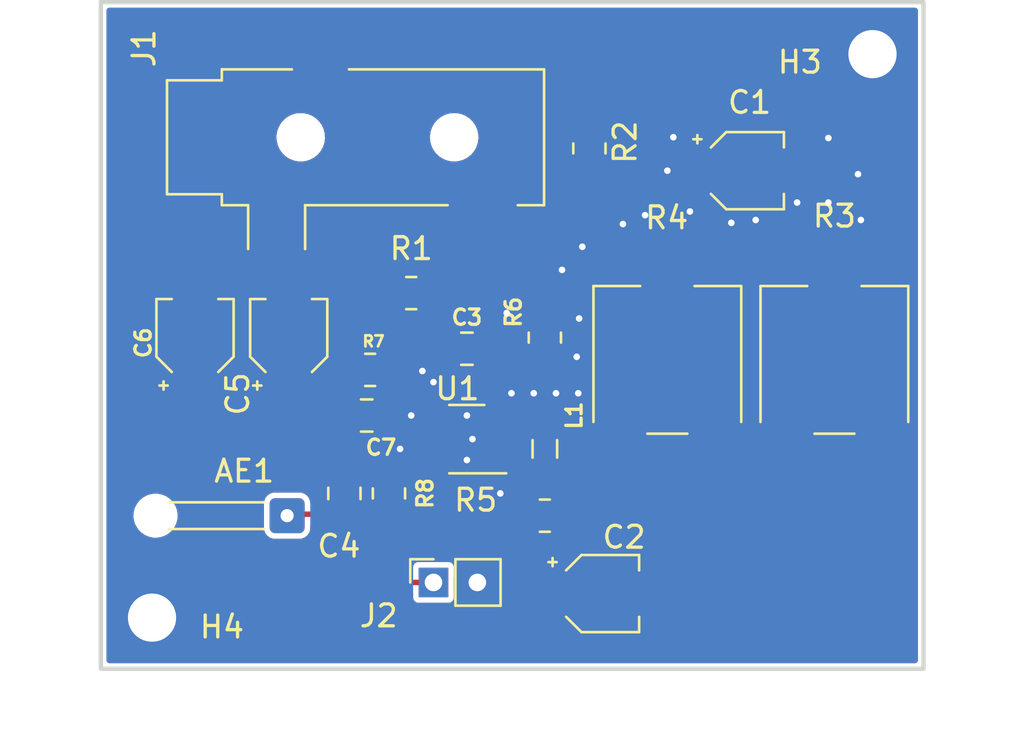
<source format=kicad_pcb>
(kicad_pcb (version 20211014) (generator pcbnew)
  (layers (0 "F.Cu" signal) (31 "B.Cu" signal) (34 "B.Paste" user) (35 "F.Paste" user) (36 "B.SilkS" user "B.Silkscreen") (37 "F.SilkS" user "F.Silkscreen") (38 "B.Mask" user) (39 "F.Mask" user) (44 "Edge.Cuts" user))
  (net 0 "")
  (net 1 "Net-(C1-Pad1)")
  (net 2 "Net-(C1-Pad2)")
  (net 3 "Net-(C4-Pad1)")
  (net 4 "+5V")
  (net 5 "Net-(L1-Pad1)")
  (net 6 "Net-(AE1-Pad1)")
  (net 7 "Net-(R1-Pad2)")
  (net 8 "Net-(J1-PadR)")
  (net 9 "Net-(R7-Pad2)")
  (net 10 "Net-(J1-PadS)")
  (net 11 "GND")
  (net 13 "Net-(C2-Pad1)")
  (net 14 "Net-(C3-Pad1)")
  (footprint "Potentiometer_SMD:Potentiometer_ACP_CA6-VSMD_Vertical" (layer "F.Cu") (at 90.932 91.948 90)
    (fp_text reference "R4" (at 6.484678 -0.030838 180) (layer "F.SilkS"))
    (fp_text value "100k")
    (fp_line (start -2.834 -3.371) (end 3.37 -3.371) (layer "F.SilkS") (width 0.12))
    (fp_line (start -2.834 3.37) (end 3.37 3.37) (layer "F.SilkS") (width 0.12))
    (fp_line (start 3.37 1.24) (end 3.37 3.37) (layer "F.SilkS") (width 0.12))
    (fp_line (start 3.37 -3.371) (end 3.37 -1.24) (layer "F.SilkS") (width 0.12))
    (fp_line (start -3.37 -0.909) (end -3.37 0.91) (layer "F.SilkS") (width 0.12))
    (pad "1" smd rect (at -4.325 2.15 90) (size 2.5 2) (layers "F.Cu" "F.Paste" "F.Mask") (net 13 "Net-(C2-Pad1)"))
    (pad "2" smd rect (at 4.325 0 90) (size 2.5 2) (layers "F.Cu" "F.Paste" "F.Mask") (net 1 "Net-(C1-Pad1)"))
    (pad "3" smd rect (at -4.325 -2.15 90) (size 2.5 2) (layers "F.Cu" "F.Paste" "F.Mask"))
  )
  (footprint "Resistor_SMD:R_0805_2012Metric" (layer "F.Cu") (at 85.344 90.932 90)
    (fp_text reference "R6" (at 1.160188 -1.434215 90) (layer "F.SilkS") (effects (font (size 0.7 0.7))))
    (fp_text value "270")
    (fp_line (start -0.227064 0.735) (end 0.227064 0.735) (layer "F.SilkS") (width 0.12))
    (fp_line (start -0.227064 -0.735) (end 0.227064 -0.735) (layer "F.SilkS") (width 0.12))
    (pad "1" smd roundrect (at -0.9125 0 90) (size 1.025 1.4) (layers "F.Cu" "F.Paste" "F.Mask") (roundrect_rratio 0.243902) (net 14 "Net-(C3-Pad1)"))
    (pad "2" smd roundrect (at 0.9125 0 90) (size 1.025 1.4) (layers "F.Cu" "F.Paste" "F.Mask") (roundrect_rratio 0.243902) (net 1 "Net-(C1-Pad1)"))
  )
  (footprint "Potentiometer_SMD:Potentiometer_ACP_CA6-VSMD_Vertical" (layer "F.Cu") (at 98.552 91.948 90)
    (fp_text reference "R3" (at 6.561803 0.0005) (layer "F.SilkS"))
    (fp_text value "10k")
    (fp_line (start 3.37 -3.371) (end 3.37 -1.24) (layer "F.SilkS") (width 0.12))
    (fp_line (start 3.37 1.24) (end 3.37 3.37) (layer "F.SilkS") (width 0.12))
    (fp_line (start -2.834 -3.371) (end 3.37 -3.371) (layer "F.SilkS") (width 0.12))
    (fp_line (start -3.37 -0.909) (end -3.37 0.91) (layer "F.SilkS") (width 0.12))
    (fp_line (start -2.834 3.37) (end 3.37 3.37) (layer "F.SilkS") (width 0.12))
    (pad "1" smd rect (at -4.325 2.15 90) (size 2.5 2) (layers "F.Cu" "F.Paste" "F.Mask") (net 7 "Net-(R1-Pad2)"))
    (pad "2" smd rect (at 4.325 0 90) (size 2.5 2) (layers "F.Cu" "F.Paste" "F.Mask") (net 2 "Net-(C1-Pad2)"))
    (pad "3" smd rect (at -4.325 -2.15 90) (size 2.5 2) (layers "F.Cu" "F.Paste" "F.Mask") (net 11 "GND"))
  )
  (footprint "Package_TO_SOT_SMD:SOT-23-6" (layer "F.Cu") (at 81.782418 95.565407 180)
    (fp_text reference "U1" (at 0.429059 2.300438) (layer "F.SilkS"))
    (fp_text value "MAX2606")
    (fp_line (start 0 -1.56) (end -1.8 -1.56) (layer "F.SilkS") (width 0.12))
    (fp_line (start 0 1.56) (end -0.8 1.56) (layer "F.SilkS") (width 0.12))
    (fp_line (start 0 1.56) (end 0.8 1.56) (layer "F.SilkS") (width 0.12))
    (fp_line (start 0 -1.56) (end 0.8 -1.56) (layer "F.SilkS") (width 0.12))
    (pad "1" smd roundrect (at -1.1375 -0.95 180) (size 1.325 0.6) (layers "F.Cu" "F.Paste" "F.Mask") (net 5 "Net-(L1-Pad1)"))
    (pad "2" smd roundrect (at -1.1375 0 180) (size 1.325 0.6) (layers "F.Cu" "F.Paste" "F.Mask") (net 11 "GND"))
    (pad "3" smd roundrect (at -1.1375 0.95 180) (size 1.325 0.6) (layers "F.Cu" "F.Paste" "F.Mask") (net 14 "Net-(C3-Pad1)"))
    (pad "4" smd roundrect (at 1.1375 0.95 180) (size 1.325 0.6) (layers "F.Cu" "F.Paste" "F.Mask") (net 9 "Net-(R7-Pad2)"))
    (pad "5" smd roundrect (at 1.1375 0 180) (size 1.325 0.6) (layers "F.Cu" "F.Paste" "F.Mask") (net 4 "+5V"))
    (pad "6" smd roundrect (at 1.1375 -0.95 180) (size 1.325 0.6) (layers "F.Cu" "F.Paste" "F.Mask") (net 3 "Net-(C4-Pad1)"))
  )
  (footprint "Inductor_SMD:L_0805_2012Metric" (layer "F.Cu") (at 85.344 96.012 90)
    (fp_text reference "L1" (at 1.524 1.336835 90) (layer "F.SilkS") (effects (font (size 0.7 0.7))))
    (fp_text value "390nH")
    (fp_line (start -0.399622 0.56) (end 0.399622 0.56) (layer "F.SilkS") (width 0.12))
    (fp_line (start -0.399622 -0.56) (end 0.399622 -0.56) (layer "F.SilkS") (width 0.12))
    (pad "1" smd roundrect (at -1.0625 0 90) (size 0.875 1.2) (layers "F.Cu" "F.Paste" "F.Mask") (net 5 "Net-(L1-Pad1)"))
    (pad "2" smd roundrect (at 1.0625 0 90) (size 0.875 1.2) (layers "F.Cu" "F.Paste" "F.Mask") (net 11 "GND"))
  )
  (footprint "Capacitor_SMD:CP_Elec_3x5.3" (layer "F.Cu") (at 73.66 90.932 90)
    (fp_text reference "C5" (at -2.570837 -2.328166 90) (layer "F.SilkS"))
    (fp_text value "10n")
    (fp_line (start 1.76 -1.76) (end 1.76 -1.06) (layer "F.SilkS") (width 0.12))
    (fp_line (start -1.570563 -1.06) (end -0.870563 -1.76) (layer "F.SilkS") (width 0.12))
    (fp_line (start -2.375 -1.435) (end -2 -1.435) (layer "F.SilkS") (width 0.12))
    (fp_line (start -0.870563 1.76) (end 1.76 1.76) (layer "F.SilkS") (width 0.12))
    (fp_line (start -0.870563 -1.76) (end 1.76 -1.76) (layer "F.SilkS") (width 0.12))
    (fp_line (start -1.570563 1.06) (end -0.870563 1.76) (layer "F.SilkS") (width 0.12))
    (fp_line (start 1.76 1.76) (end 1.76 1.06) (layer "F.SilkS") (width 0.12))
    (fp_line (start -2.1875 -1.6225) (end -2.1875 -1.2475) (layer "F.SilkS") (width 0.12))
    (pad "1" smd rect (at -1.5 0 90) (size 2.2 1.6) (layers "F.Cu" "F.Paste" "F.Mask") (net 4 "+5V"))
    (pad "2" smd rect (at 1.5 0 90) (size 2.2 1.6) (layers "F.Cu" "F.Paste" "F.Mask") (net 11 "GND"))
  )
  (footprint "Resistor_SMD:R_0805_2012Metric" (layer "F.Cu") (at 77.374454 92.405042)
    (fp_text reference "R7" (at 0.15485 -1.299576) (layer "F.SilkS") (effects (font (size 0.5 0.5) (thickness 0.125))))
    (fp_text value "1k")
    (fp_line (start -0.227064 -0.735) (end 0.227064 -0.735) (layer "F.SilkS") (width 0.12))
    (fp_line (start -0.227064 0.735) (end 0.227064 0.735) (layer "F.SilkS") (width 0.12))
    (pad "1" smd roundrect (at -0.9125 0) (size 1.025 1.4) (layers "F.Cu" "F.Paste" "F.Mask") (roundrect_rratio 0.243902) (net 4 "+5V"))
    (pad "2" smd roundrect (at 0.9125 0) (size 1.025 1.4) (layers "F.Cu" "F.Paste" "F.Mask") (roundrect_rratio 0.243902) (net 9 "Net-(R7-Pad2)"))
  )
  (footprint "MountingHole:MountingHole_2.2mm_M2_DIN965_Pad" (layer "F.Cu") (at 67.424212 103.714415)
    (fp_text reference "H4" (at 3.187788 0.425585) (layer "F.SilkS"))
    (fp_text value "MountingHole_Pad")
    (pad "1" thru_hole circle (at 0 0) (size 3.8 3.8) (drill 2.2) (layers *.Cu *.Mask) (net 11 "GND"))
  )
  (footprint "Resistor_SMD:R_0805_2012Metric" (layer "F.Cu") (at 78.232 98.044 -90)
    (fp_text reference "R8" (at 0 -1.65 90) (layer "F.SilkS") (effects (font (size 0.7 0.7))))
    (fp_text value "1k")
    (fp_line (start -0.227064 0.735) (end 0.227064 0.735) (layer "F.SilkS") (width 0.12))
    (fp_line (start -0.227064 -0.735) (end 0.227064 -0.735) (layer "F.SilkS") (width 0.12))
    (pad "1" smd roundrect (at -0.9125 0 270) (size 1.025 1.4) (layers "F.Cu" "F.Paste" "F.Mask") (roundrect_rratio 0.243902) (net 3 "Net-(C4-Pad1)"))
    (pad "2" smd roundrect (at 0.9125 0 270) (size 1.025 1.4) (layers "F.Cu" "F.Paste" "F.Mask") (roundrect_rratio 0.243902) (net 4 "+5V"))
  )
  (footprint "Capacitor_SMD:CP_Elec_3x5.3" (layer "F.Cu") (at 94.488 83.312)
    (fp_text reference "C1" (at 0.193332 -3.115843) (layer "F.SilkS"))
    (fp_text value "0.47µ")
    (fp_line (start 1.76 1.76) (end 1.76 1.06) (layer "F.SilkS") (width 0.12))
    (fp_line (start -2.375 -1.435) (end -2 -1.435) (layer "F.SilkS") (width 0.12))
    (fp_line (start -0.870563 1.76) (end 1.76 1.76) (layer "F.SilkS") (width 0.12))
    (fp_line (start 1.76 -1.76) (end 1.76 -1.06) (layer "F.SilkS") (width 0.12))
    (fp_line (start -2.1875 -1.6225) (end -2.1875 -1.2475) (layer "F.SilkS") (width 0.12))
    (fp_line (start -1.570563 -1.06) (end -0.870563 -1.76) (layer "F.SilkS") (width 0.12))
    (fp_line (start -1.570563 1.06) (end -0.870563 1.76) (layer "F.SilkS") (width 0.12))
    (fp_line (start -0.870563 -1.76) (end 1.76 -1.76) (layer "F.SilkS") (width 0.12))
    (pad "1" smd rect (at -1.5 0) (size 2.2 1.6) (layers "F.Cu" "F.Paste" "F.Mask") (net 1 "Net-(C1-Pad1)"))
    (pad "2" smd rect (at 1.5 0) (size 2.2 1.6) (layers "F.Cu" "F.Paste" "F.Mask") (net 2 "Net-(C1-Pad2)"))
  )
  (footprint "Resistor_SMD:R_0805_2012Metric" (layer "F.Cu") (at 85.344 99.06)
    (fp_text reference "R5" (at -3.15592 -0.70895) (layer "F.SilkS"))
    (fp_text value "4.7k")
    (fp_line (start -0.227064 -0.735) (end 0.227064 -0.735) (layer "F.SilkS") (width 0.12))
    (fp_line (start -0.227064 0.735) (end 0.227064 0.735) (layer "F.SilkS") (width 0.12))
    (pad "1" smd roundrect (at -0.9125 0) (size 1.025 1.4) (layers "F.Cu" "F.Paste" "F.Mask") (roundrect_rratio 0.243902) (net 4 "+5V"))
    (pad "2" smd roundrect (at 0.9125 0) (size 1.025 1.4) (layers "F.Cu" "F.Paste" "F.Mask") (roundrect_rratio 0.243902) (net 13 "Net-(C2-Pad1)"))
  )
  (footprint "Resistor_SMD:R_0805_2012Metric" (layer "F.Cu") (at 79.248 88.9)
    (fp_text reference "R1" (at 0 -2.032) (layer "F.SilkS"))
    (fp_text value "22k")
    (fp_line (start -0.227064 -0.735) (end 0.227064 -0.735) (layer "F.SilkS") (width 0.12))
    (fp_line (start -0.227064 0.735) (end 0.227064 0.735) (layer "F.SilkS") (width 0.12))
    (pad "1" smd roundrect (at -0.9125 0) (size 1.025 1.4) (layers "F.Cu" "F.Paste" "F.Mask") (roundrect_rratio 0.243902) (net 10 "Net-(J1-PadS)"))
    (pad "2" smd roundrect (at 0.9125 0) (size 1.025 1.4) (layers "F.Cu" "F.Paste" "F.Mask") (roundrect_rratio 0.243902) (net 7 "Net-(R1-Pad2)"))
  )
  (footprint "MountingHole:MountingHole_2.2mm_M2_DIN965_Pad" (layer "F.Cu") (at 100.289946 77.991806)
    (fp_text reference "H3" (at -3.313837 0.366695) (layer "F.SilkS"))
    (fp_text value "MountingHole_Pad")
    (pad "1" thru_hole circle (at 0 0) (size 3.8 3.8) (drill 2.2) (layers *.Cu *.Mask) (net 11 "GND"))
  )
  (footprint "Resistor_SMD:R_0805_2012Metric" (layer "F.Cu") (at 87.376 82.296 90)
    (fp_text reference "R2" (at 0.28474 1.627029 90) (layer "F.SilkS"))
    (fp_text value "22k")
    (fp_line (start -0.227064 0.735) (end 0.227064 0.735) (layer "F.SilkS") (width 0.12))
    (fp_line (start -0.227064 -0.735) (end 0.227064 -0.735) (layer "F.SilkS") (width 0.12))
    (pad "1" smd roundrect (at -0.9125 0 90) (size 1.025 1.4) (layers "F.Cu" "F.Paste" "F.Mask") (roundrect_rratio 0.243902) (net 7 "Net-(R1-Pad2)"))
    (pad "2" smd roundrect (at 0.9125 0 90) (size 1.025 1.4) (layers "F.Cu" "F.Paste" "F.Mask") (roundrect_rratio 0.243902) (net 8 "Net-(J1-PadR)"))
  )
  (footprint "Connector_Wire:SolderWire-0.1sqmm_1x01_D0.4mm_OD1mm_Relief" (layer "F.Cu") (at 73.587 99.06 -90)
    (fp_text reference "AE1" (at -2.032 1.959 180) (layer "F.SilkS"))
    (fp_text value "Antenna")
    (fp_line (start -0.61 1.06) (end -0.61 5.39) (layer "F.SilkS") (width 0.12))
    (fp_line (start 0.61 1.06) (end 0.61 5.39) (layer "F.SilkS") (width 0.12))
    (pad "" np_thru_hole circle (at 0 6 270) (size 1.5 1.5) (drill 1.5) (layers *.Cu *.Mask))
    (pad "1" thru_hole roundrect (at 0 0 270) (size 1.6 1.6) (drill 0.6) (layers *.Cu *.Mask) (roundrect_rratio 0.15625) (net 6 "Net-(AE1-Pad1)"))
  )
  (footprint "Capacitor_SMD:C_0805_2012Metric" (layer "F.Cu") (at 77.216 94.488 180)
    (fp_text reference "C7" (at -0.652642 -1.457521) (layer "F.SilkS") (effects (font (size 0.7 0.7))))
    (fp_text value "100")
    (fp_line (start -0.261252 -0.735) (end 0.261252 -0.735) (layer "F.SilkS") (width 0.12))
    (fp_line (start -0.261252 0.735) (end 0.261252 0.735) (layer "F.SilkS") (width 0.12))
    (pad "1" smd roundrect (at -0.95 0 180) (size 1 1.45) (layers "F.Cu" "F.Paste" "F.Mask") (net 4 "+5V"))
    (pad "2" smd roundrect (at 0.95 0 180) (size 1 1.45) (layers "F.Cu" "F.Paste" "F.Mask") (net 11 "GND"))
  )
  (footprint "Capacitor_SMD:CP_Elec_3x5.3" (layer "F.Cu") (at 87.884 102.616)
    (fp_text reference "C2" (at 1.073584 -2.574278) (layer "F.SilkS"))
    (fp_text value "10µ")
    (fp_line (start -0.870563 1.76) (end 1.76 1.76) (layer "F.SilkS") (width 0.12))
    (fp_line (start -1.570563 -1.06) (end -0.870563 -1.76) (layer "F.SilkS") (width 0.12))
    (fp_line (start 1.76 1.76) (end 1.76 1.06) (layer "F.SilkS") (width 0.12))
    (fp_line (start -1.570563 1.06) (end -0.870563 1.76) (layer "F.SilkS") (width 0.12))
    (fp_line (start -2.1875 -1.6225) (end -2.1875 -1.2475) (layer "F.SilkS") (width 0.12))
    (fp_line (start 1.76 -1.76) (end 1.76 -1.06) (layer "F.SilkS") (width 0.12))
    (fp_line (start -2.375 -1.435) (end -2 -1.435) (layer "F.SilkS") (width 0.12))
    (fp_line (start -0.870563 -1.76) (end 1.76 -1.76) (layer "F.SilkS") (width 0.12))
    (pad "1" smd rect (at -1.5 0) (size 2.2 1.6) (layers "F.Cu" "F.Paste" "F.Mask") (net 13 "Net-(C2-Pad1)"))
    (pad "2" smd rect (at 1.5 0) (size 2.2 1.6) (layers "F.Cu" "F.Paste" "F.Mask") (net 11 "GND"))
  )
  (footprint "Capacitor_SMD:C_0805_2012Metric" (layer "F.Cu") (at 76.2 98.044 -90)
    (fp_text reference "C4" (at 2.409056 0.250917 180) (layer "F.SilkS"))
    (fp_text value "1000p")
    (fp_line (start -0.261252 -0.735) (end 0.261252 -0.735) (layer "F.SilkS") (width 0.12))
    (fp_line (start -0.261252 0.735) (end 0.261252 0.735) (layer "F.SilkS") (width 0.12))
    (pad "1" smd roundrect (at -0.95 0 270) (size 1 1.45) (layers "F.Cu" "F.Paste" "F.Mask") (net 3 "Net-(C4-Pad1)"))
    (pad "2" smd roundrect (at 0.95 0 270) (size 1 1.45) (layers "F.Cu" "F.Paste" "F.Mask") (net 6 "Net-(AE1-Pad1)"))
  )
  (footprint "Capacitor_SMD:CP_Elec_3x5.3" (layer "F.Cu") (at 69.38549 90.932 90)
    (fp_text reference "C6" (at -0.239944 -2.361237 90) (layer "F.SilkS") (effects (font (size 0.7 0.7))))
    (fp_text value "1µ")
    (fp_line (start -0.870563 -1.76) (end 1.76 -1.76) (layer "F.SilkS") (width 0.12))
    (fp_line (start -2.1875 -1.6225) (end -2.1875 -1.2475) (layer "F.SilkS") (width 0.12))
    (fp_line (start -0.870563 1.76) (end 1.76 1.76) (layer "F.SilkS") (width 0.12))
    (fp_line (start 1.76 -1.76) (end 1.76 -1.06) (layer "F.SilkS") (width 0.12))
    (fp_line (start -2.375 -1.435) (end -2 -1.435) (layer "F.SilkS") (width 0.12))
    (fp_line (start 1.76 1.76) (end 1.76 1.06) (layer "F.SilkS") (width 0.12))
    (fp_line (start -1.570563 1.06) (end -0.870563 1.76) (layer "F.SilkS") (width 0.12))
    (fp_line (start -1.570563 -1.06) (end -0.870563 -1.76) (layer "F.SilkS") (width 0.12))
    (pad "1" smd rect (at -1.5 0 90) (size 2.2 1.6) (layers "F.Cu" "F.Paste" "F.Mask") (net 4 "+5V"))
    (pad "2" smd rect (at 1.5 0 90) (size 2.2 1.6) (layers "F.Cu" "F.Paste" "F.Mask") (net 11 "GND"))
  )
  (footprint "Capacitor_SMD:C_0805_2012Metric" (layer "F.Cu") (at 81.788 91.44 180)
    (fp_text reference "C3" (at 0 1.431425) (layer "F.SilkS") (effects (font (size 0.7 0.7))))
    (fp_text value "2200p")
    (fp_line (start -0.261252 -0.735) (end 0.261252 -0.735) (layer "F.SilkS") (width 0.12))
    (fp_line (start -0.261252 0.735) (end 0.261252 0.735) (layer "F.SilkS") (width 0.12))
    (pad "1" smd roundrect (at -0.95 0 180) (size 1 1.45) (layers "F.Cu" "F.Paste" "F.Mask") (net 14 "Net-(C3-Pad1)"))
    (pad "2" smd roundrect (at 0.95 0 180) (size 1 1.45) (layers "F.Cu" "F.Paste" "F.Mask") (net 11 "GND"))
  )
  (footprint "Connector_PinSocket_2.00mm:PinSocket_1x02_P2.00mm_Vertical" (layer "F.Cu") (at 80.264 102.108 90)
    (fp_text reference "J2" (at -1.524 -2.5 180) (layer "F.SilkS"))
    (fp_text value "Conn_01x02_Female")
    (fp_line (start 1.06 -1.06) (end 1.06 0) (layer "F.SilkS") (width 0.12))
    (fp_line (start 1.06 1) (end 1.06 3.06) (layer "F.SilkS") (width 0.12))
    (fp_line (start -1.06 3.06) (end 1.06 3.06) (layer "F.SilkS") (width 0.12))
    (fp_line (start -1.06 1) (end 1.06 1) (layer "F.SilkS") (width 0.12))
    (fp_line (start 0 -1.06) (end 1.06 -1.06) (layer "F.SilkS") (width 0.12))
    (fp_line (start -1.06 1) (end -1.06 3.06) (layer "F.SilkS") (width 0.12))
    (pad "1" thru_hole rect (at 0 0 90) (size 1.35 1.35) (drill 0.8) (layers *.Cu *.Mask) (net 4 "+5V"))
    (pad "2" thru_hole oval (at 0 2 90) (size 1.35 1.35) (drill 0.8) (layers *.Cu *.Mask) (net 11 "GND"))
  )
  (footprint "Connector_Audio:Jack_3.5mm_CUI_SJ-3523-SMT_Horizontal" (layer "F.Cu") (at 76.708 81.788 90)
    (fp_text reference "J1" (at 4.064 -9.652 270) (layer "F.SilkS"))
    (fp_text value "AudioJack3")
    (fp_line (start -3.1 -4.9) (end -3.1 -6.1) (layer "F.SilkS") (width 0.12))
    (fp_line (start 3.1 8.6) (end -3.1 8.6) (layer "F.SilkS") (width 0.12))
    (fp_line (start -3.1 -6.1) (end -2.6 -6.1) (layer "F.SilkS") (width 0.12))
    (fp_line (start 2.6 -8.6) (end 2.6 -6.1) (layer "F.SilkS") (width 0.12))
    (fp_line (start -3.1 -4.9) (end -5.1 -4.9) (layer "F.SilkS") (width 0.12))
    (fp_line (start -2.6 -6.1) (end -2.6 -8.6) (layer "F.SilkS") (width 0.12))
    (fp_line (start 3.1 -0.3) (end 3.1 8.6) (layer "F.SilkS") (width 0.12))
    (fp_line (start -3.1 4.2) (end -3.1 -2.3) (layer "F.SilkS") (width 0.12))
    (fp_line (start 2.6 -6.1) (end 3.1 -6.1) (layer "F.SilkS") (width 0.12))
    (fp_line (start 3.1 -6.1) (end 3.1 -2.9) (layer "F.SilkS") (width 0.12))
    (fp_line (start -2.6 -8.6) (end 2.6 -8.6) (layer "F.SilkS") (width 0.12))
    (fp_line (start -3.1 -2.3) (end -5.1 -2.3) (layer "F.SilkS") (width 0.12))
    (fp_line (start -3.1 8.6) (end -3.1 7.4) (layer "F.SilkS") (width 0.12))
    (pad "" np_thru_hole circle (at 0 4.5 90) (size 1.7 1.7) (drill 1.7) (layers *.Cu *.Mask))
    (pad "" np_thru_hole circle (at 0 -2.5 90) (size 1.7 1.7) (drill 1.7) (layers *.Cu *.Mask))
    (pad "R" smd rect (at 3.7 -1.6 90) (size 2.8 2.2) (layers "F.Cu" "F.Paste" "F.Mask") (net 8 "Net-(J1-PadR)"))
    (pad "S" smd rect (at -3.7 -3.6 90) (size 2.8 2.2) (layers "F.Cu" "F.Paste" "F.Mask") (net 10 "Net-(J1-PadS)"))
    (pad "T" smd rect (at -3.7 5.8 90) (size 2.8 2.8) (layers "F.Cu" "F.Paste" "F.Mask") (net 11 "GND"))
  )
  (gr_rect (start 65.091086 75.621575) (end 102.616 106.047542) (layer "Edge.Cuts") (width 0.2) (fill none))
  (gr_text "+" (at 79.976728 99.938888) (layer "F.Cu") (effects (font (size 1 1) (thickness 0.25))))
  (gr_text "-\n" (at 82.296 100.076) (layer "F.Cu") (effects (font (size 1.5 1.5) (thickness 0.3))))
  (segment (start 87.637 87.623) (end 90.932 87.623) (width 0.25) (layer "F.Cu") (net 1))
  (segment (start 92.988 85.567) (end 90.932 87.623) (width 0.25) (layer "F.Cu") (net 1))
  (segment (start 92.988 83.312) (end 92.988 85.567) (width 0.25) (layer "F.Cu") (net 1))
  (segment (start 85.344 89.916) (end 87.637 87.623) (width 0.25) (layer "F.Cu") (net 1))
  (segment (start 95.988 83.312) (end 95.988 85.059) (width 0.25) (layer "F.Cu") (net 2))
  (segment (start 95.988 85.059) (end 98.552 87.623) (width 0.25) (layer "F.Cu") (net 2))
  (segment (start 80.028825 97.1315) (end 78.232 97.1315) (width 0.25) (layer "F.Cu") (net 3))
  (segment (start 78.1945 97.094) (end 78.232 97.1315) (width 0.25) (layer "F.Cu") (net 3))
  (segment (start 76.2 97.094) (end 78.1945 97.094) (width 0.25) (layer "F.Cu") (net 3))
  (segment (start 80.644918 96.515407) (end 80.028825 97.1315) (width 0.25) (layer "F.Cu") (net 3))
  (segment (start 79.140788 95.604197) (end 80.606128 95.604197) (width 0.25) (layer "F.Cu") (net 4))
  (segment (start 77.449459 101.258184) (end 78.236723 100.47092) (width 0.25) (layer "F.Cu") (net 4))
  (segment (start 84.4315 99.06) (end 78.3355 99.06) (width 0.25) (layer "F.Cu") (net 4))
  (segment (start 78.151829 94.615238) (end 79.140788 95.604197) (width 0.25) (layer "F.Cu") (net 4))
  (segment (start 76.677641 95.976358) (end 66.488077 95.976358) (width 0.25) (layer "F.Cu") (net 4))
  (segment (start 66.064733 96.399702) (end 66.064733 101.095549) (width 0.25) (layer "F.Cu") (net 4))
  (segment (start 78.299275 102.108) (end 77.449459 101.258184) (width 0.25) (layer "F.Cu") (net 4))
  (segment (start 66.064733 101.095549) (end 66.227368 101.258184) (width 0.25) (layer "F.Cu") (net 4))
  (segment (start 78.3355 99.06) (end 78.232 98.9565) (width 0.25) (layer "F.Cu") (net 4))
  (segment (start 78.236723 100.47092) (end 78.236723 98.961223) (width 0.25) (layer "F.Cu") (net 4))
  (segment (start 66.488077 95.976358) (end 66.064733 96.399702) (width 0.25) (layer "F.Cu") (net 4))
  (segment (start 73.66 92.432) (end 76.2795 92.432) (width 0.25) (layer "F.Cu") (net 4))
  (segment (start 78.151829 94.50217) (end 76.677641 95.976358) (width 0.25) (layer "F.Cu") (net 4))
  (segment (start 80.264 102.108) (end 78.299275 102.108) (width 0.25) (layer "F.Cu") (net 4))
  (segment (start 66.227368 101.258184) (end 77.449459 101.258184) (width 0.25) (layer "F.Cu") (net 4))
  (segment (start 80.606128 95.604197) (end 80.644918 95.565407) (width 0.25) (layer "F.Cu") (net 4))
  (segment (start 76.2795 92.432) (end 76.3035 92.456) (width 0.25) (layer "F.Cu") (net 4))
  (segment (start 69.596 92.432) (end 73.66 92.432) (width 0.25) (layer "F.Cu") (net 4))
  (segment (start 78.151829 94.50217) (end 78.151829 94.615238) (width 0.25) (layer "F.Cu") (net 4))
  (segment (start 78.236723 98.961223) (end 78.232 98.9565) (width 0.25) (layer "F.Cu") (net 4))
  (segment (start 78.151829 94.304329) (end 76.3035 92.456) (width 0.25) (layer "F.Cu") (net 4))
  (segment (start 78.151829 94.50217) (end 78.151829 94.304329) (width 0.25) (layer "F.Cu") (net 4))
  (segment (start 82.919918 96.515407) (end 84.784907 96.515407) (width 0.25) (layer "F.Cu") (net 5))
  (segment (start 84.784907 96.515407) (end 85.344 97.0745) (width 0.25) (layer "F.Cu") (net 5))
  (segment (start 73.653 98.994) (end 73.587 99.06) (width 0.25) (layer "F.Cu") (net 6))
  (segment (start 76.2 98.994) (end 73.653 98.994) (width 0.25) (layer "F.Cu") (net 6))
  (segment (start 90.250086 81.362448) (end 90.572149 81.040385) (width 0.25) (layer "F.Cu") (net 7))
  (segment (start 99.396662 81.040385) (end 100.702 82.345723) (width 0.25) (layer "F.Cu") (net 7))
  (segment (start 100.702 82.345723) (end 100.702 96.273) (width 0.25) (layer "F.Cu") (net 7))
  (segment (start 80.1605 88.9) (end 83.609735 88.9) (width 0.25) (layer "F.Cu") (net 7))
  (segment (start 88.583727 85.090007) (end 90.250086 83.423648) (width 0.25) (layer "F.Cu") (net 7))
  (segment (start 87.419728 85.090007) (end 88.583727 85.090007) (width 0.25) (layer "F.Cu") (net 7))
  (segment (start 90.572149 81.040385) (end 99.396662 81.040385) (width 0.25) (layer "F.Cu") (net 7))
  (segment (start 87.419728 85.090007) (end 87.419728 85.007427) (width 0.25) (layer "F.Cu") (net 7))
  (segment (start 90.250086 83.423648) (end 90.250086 81.362448) (width 0.25) (layer "F.Cu") (net 7))
  (segment (start 83.609735 88.9) (end 87.419728 85.090007) (width 0.25) (layer "F.Cu") (net 7))
  (segment (start 87.419728 83.252228) (end 87.376 83.2085) (width 0.25) (layer "F.Cu") (net 7))
  (segment (start 87.419728 85.007427) (end 87.419728 83.252228) (width 0.25) (layer "F.Cu") (net 7))
  (segment (start 75.108 78.088) (end 85.250242 78.088) (width 0.25) (layer "F.Cu") (net 8))
  (segment (start 87.429963 81.329537) (end 87.376 81.3835) (width 0.25) (layer "F.Cu") (net 8))
  (segment (start 85.250242 78.088) (end 87.429963 80.267721) (width 0.25) (layer "F.Cu") (net 8))
  (segment (start 87.429963 80.267721) (end 87.429963 81.329537) (width 0.25) (layer "F.Cu") (net 8))
  (segment (start 78.485511 92.456) (end 80.644918 94.615407) (width 0.25) (layer "F.Cu") (net 9))
  (segment (start 78.1285 92.456) (end 78.485511 92.456) (width 0.25) (layer "F.Cu") (net 9))
  (segment (start 73.108 85.488) (end 74.9235 85.488) (width 0.25) (layer "F.Cu") (net 10))
  (segment (start 74.9235 85.488) (end 78.3355 88.9) (width 0.25) (layer "F.Cu") (net 10))
  (segment (start 91.073421 103.97462) (end 91.073421 103.113998) (width 0.25) (layer "F.Cu") (net 11))
  (segment (start 82.919918 95.565407) (end 82.042 95.565407) (width 0.25) (layer "F.Cu") (net 11))
  (segment (start 67.842691 94.71602) (end 76.037979 94.71602) (width 0.25) (layer "F.Cu") (net 11))
  (segment (start 94.255431 94.126431) (end 88.028569 94.126431) (width 0.25) (layer "F.Cu") (net 11))
  (segment (start 67.996947 87.803985) (end 66.384249 89.416683) (width 0.25) (layer "F.Cu") (net 11))
  (segment (start 91.073421 103.113998) (end 90.575423 102.616) (width 0.25) (layer "F.Cu") (net 11))
  (segment (start 75.31582 89.407141) (end 76.453774 90.545095) (width 0.25) (layer "F.Cu") (net 11))
  (segment (start 76.037979 94.71602) (end 76.251829 94.50217) (width 0.25) (layer "F.Cu") (net 11))
  (segment (start 71.842612 87.803985) (end 67.996947 87.803985) (width 0.25) (layer "F.Cu") (net 11))
  (segment (start 80.301715 83.281715) (end 72.34899 83.281715) (width 0.25) (layer "F.Cu") (net 11))
  (segment (start 75.290961 89.432) (end 75.31582 89.407141) (width 0.25) (layer "F.Cu") (net 11))
  (segment (start 82.919918 95.565407) (end 83.716212 95.565407) (width 0.25) (layer "F.Cu") (net 11))
  (segment (start 66.384249 89.416683) (end 66.384249 93.257578) (width 0.25) (layer "F.Cu") (net 11))
  (segment (start 66.384249 93.257578) (end 67.842691 94.71602) (width 0.25) (layer "F.Cu") (net 11))
  (segment (start 90.059 102.616) (end 89.384 102.616) (width 0.25) (layer "F.Cu") (net 11))
  (segment (start 82.919918 95.565407) (end 84.728093 95.565407) (width 0.25) (layer "F.Cu") (net 11))
  (segment (start 73.66 89.432) (end 75.290961 89.432) (width 0.25) (layer "F.Cu") (net 11))
  (segment (start 90.575423 102.616) (end 89.384 102.616) (width 0.25) (layer "F.Cu") (net 11))
  (segment (start 69.596 89.432) (end 73.66 89.432) (width 0.25) (layer "F.Cu") (net 11))
  (segment (start 86.749278 96.354778) (end 85.344 94.9495) (width 0.25) (layer "F.Cu") (net 11))
  (segment (start 72.34899 83.281715) (end 68.913656 86.717049) (width 0.25) (layer "F.Cu") (net 11))
  (segment (start 68.913656 86.717049) (end 68.913656 87.640295) (width 0.25) (layer "F.Cu") (net 11))
  (segment (start 87.282774 94.872226) (end 87.282774 96.183389) (width 0.25) (layer "F.Cu") (net 11))
  (segment (start 96.402 96.273) (end 90.059 102.616) (width 0.25) (layer "F.Cu") (net 11))
  (segment (start 90.143018 104.905023) (end 91.073421 103.97462) (width 0.25) (layer "F.Cu") (net 11))
  (segment (start 82.264 102.108) (end 85.061023 104.905023) (width 0.25) (layer "F.Cu") (net 11))
  (segment (start 96.402 96.273) (end 94.255431 94.126431) (width 0.25) (layer "F.Cu") (net 11))
  (segment (start 85.061023 104.905023) (end 90.143018 104.905023) (width 0.25) (layer "F.Cu") (net 11))
  (segment (start 73.470627 89.432) (end 71.842612 87.803985) (width 0.25) (layer "F.Cu") (net 11))
  (segment (start 88.028569 94.126431) (end 87.282774 94.872226) (width 0.25) (layer "F.Cu") (net 11))
  (segment (start 79.943095 90.545095) (end 80.838 91.44) (width 0.25) (layer "F.Cu") (net 11))
  (segment (start 76.453774 90.545095) (end 79.943095 90.545095) (width 0.25) (layer "F.Cu") (net 11))
  (segment (start 87.282774 96.183389) (end 87.111385 96.354778) (width 0.25) (layer "F.Cu") (net 11))
  (segment (start 84.728093 95.565407) (end 85.344 94.9495) (width 0.25) (layer "F.Cu") (net 11))
  (segment (start 82.508 85.488) (end 80.301715 83.281715) (width 0.25) (layer "F.Cu") (net 11))
  (segment (start 87.111385 96.354778) (end 86.749278 96.354778) (width 0.25) (layer "F.Cu") (net 11))
  (segment (start 73.66 89.432) (end 73.470627 89.432) (width 0.25) (layer "F.Cu") (net 11))
  (via (at 80.264 92.964) (size 0.4) (drill 0.3) (layers "F.Cu" "B.Cu") (net 11))
  (via (at 86.868 93.472) (size 0.4) (drill 0.3) (layers "F.Cu" "B.Cu") (net 11))
  (via (at 86.796518 91.8091) (size 0.4) (drill 0.3) (layers "F.Cu" "B.Cu") (net 11))
  (via (at 98.276466 84.767282) (size 0.4) (drill 0.3) (layers "F.Cu" "B.Cu") (net 11))
  (via (at 85.852 93.472) (size 0.4) (drill 0.3) (layers "F.Cu" "B.Cu") (net 11))
  (via (at 78.74 96.012) (size 0.4) (drill 0.3) (layers "F.Cu" "B.Cu") (net 11))
  (via (at 86.907638 90.058963) (size 0.4) (drill 0.3) (layers "F.Cu" "B.Cu") (net 11))
  (via (at 96.850428 84.767282) (size 0.4) (drill 0.3) (layers "F.Cu" "B.Cu") (net 11))
  (via (at 81.788 94.488) (size 0.4) (drill 0.3) (layers "F.Cu" "B.Cu") (net 11))
  (via (at 98.276466 81.822608) (size 0.4) (drill 0.3) (layers "F.Cu" "B.Cu") (net 11))
  (via (at 93.850193 85.693281) (size 0.4) (drill 0.3) (layers "F.Cu" "B.Cu") (net 11))
  (via (at 99.758063 85.563641) (size 0.4) (drill 0.3) (layers "F.Cu" "B.Cu") (net 11))
  (via (at 83.312 98.044) (size 0.4) (drill 0.3) (layers "F.Cu" "B.Cu") (net 11))
  (via (at 79.248 94.488) (size 0.4) (drill 0.3) (layers "F.Cu" "B.Cu") (net 11))
  (via (at 94.961391 85.563641) (size 0.4) (drill 0.3) (layers "F.Cu" "B.Cu") (net 11))
  (via (at 86.127367 87.841597) (size 0.4) (drill 0.3) (layers "F.Cu" "B.Cu") (net 11))
  (via (at 89.916 85.344) (size 0.4) (drill 0.3) (layers "F.Cu" "B.Cu") (net 11))
  (via (at 83.601824 89.808943) (size 0.4) (drill 0.3) (layers "F.Cu" "B.Cu") (net 11))
  (via (at 88.905362 85.748841) (size 0.4) (drill 0.3) (layers "F.Cu" "B.Cu") (net 11))
  (via (at 83.82 93.472) (size 0.4) (drill 0.3) (layers "F.Cu" "B.Cu") (net 11))
  (via (at 79.756 92.456) (size 0.4) (drill 0.3) (layers "F.Cu" "B.Cu") (net 11))
  (via (at 87.053365 86.785959) (size 0.4) (drill 0.3) (layers "F.Cu" "B.Cu") (net 11))
  (via (at 81.788 96.52) (size 0.4) (drill 0.3) (layers "F.Cu" "B.Cu") (net 11))
  (via (at 91.204801 81.785568) (size 0.4) (drill 0.3) (layers "F.Cu" "B.Cu") (net 11))
  (via (at 99.628423 83.470885) (size 0.4) (drill 0.3) (layers "F.Cu" "B.Cu") (net 11))
  (via (at 90.932 83.312) (size 0.4) (drill 0.3) (layers "F.Cu" "B.Cu") (net 11))
  (via (at 84.836 93.472) (size 0.4) (drill 0.3) (layers "F.Cu" "B.Cu") (net 11))
  (via (at 91.961157 85.174722) (size 0.4) (drill 0.3) (layers "F.Cu" "B.Cu") (net 11))
  (via (at 82.042 95.565407) (size 0.4) (drill 0.3) (layers "F.Cu" "B.Cu") (net 11))
  (segment (start 86.2565 99.06) (end 90.295 99.06) (width 0.25) (layer "F.Cu") (net 13))
  (segment (start 90.295 99.06) (end 93.082 96.273) (width 0.25) (layer "F.Cu") (net 13))
  (segment (start 86.384 99.1875) (end 86.384 102.616) (width 0.25) (layer "F.Cu") (net 13))
  (segment (start 86.2565 99.06) (end 86.384 99.1875) (width 0.25) (layer "F.Cu") (net 13))
  (segment (start 84.9395 91.44) (end 85.344 91.8445) (width 0.25) (layer "F.Cu") (net 14))
  (segment (start 84.705037 91.8445) (end 83.703237 92.8463) (width 0.25) (layer "F.Cu") (net 14))
  (segment (start 82.405 94.194561) (end 82.825846 94.615407) (width 0.25) (layer "F.Cu") (net 14))
  (segment (start 83.703237 92.8463) (end 82.644945 92.8463) (width 0.25) (layer "F.Cu") (net 14))
  (segment (start 85.344 91.8445) (end 84.705037 91.8445) (width 0.25) (layer "F.Cu") (net 14))
  (segment (start 82.738 91.44) (end 84.9395 91.44) (width 0.25) (layer "F.Cu") (net 14))
  (segment (start 82.405 93.086245) (end 82.405 94.194561) (width 0.25) (layer "F.Cu") (net 14))
  (segment (start 82.644945 92.8463) (end 82.405 93.086245) (width 0.25) (layer "F.Cu") (net 14))
  (zone (net 11) (net_name "GND") (layers F&B.Cu) (connect_pads yes (clearance 0.254)) (min_thickness 0.254) (fill yes (thermal_gap 0.508) (thermal_bridge_width 0.508))
    (polygon (pts (xy 102.693974 105.963912) (xy 65.065132 106.028456) (xy 65.065132 75.692) (xy 102.616 75.692)))
  )
)
</source>
